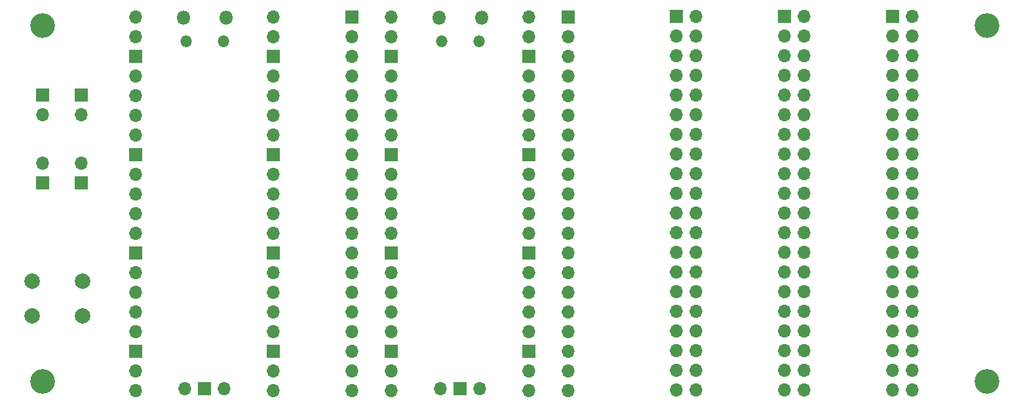
<source format=gbr>
%TF.GenerationSoftware,KiCad,Pcbnew,(6.0.8)*%
%TF.CreationDate,2022-10-02T10:43:25+09:00*%
%TF.ProjectId,KiCad,4b694361-642e-46b6-9963-61645f706362,rev?*%
%TF.SameCoordinates,Original*%
%TF.FileFunction,Soldermask,Bot*%
%TF.FilePolarity,Negative*%
%FSLAX46Y46*%
G04 Gerber Fmt 4.6, Leading zero omitted, Abs format (unit mm)*
G04 Created by KiCad (PCBNEW (6.0.8)) date 2022-10-02 10:43:25*
%MOMM*%
%LPD*%
G01*
G04 APERTURE LIST*
%ADD10O,1.500000X1.500000*%
%ADD11O,1.800000X1.800000*%
%ADD12O,1.700000X1.700000*%
%ADD13R,1.700000X1.700000*%
%ADD14C,3.200000*%
%ADD15C,2.000000*%
G04 APERTURE END LIST*
D10*
%TO.C,U1*%
X129425000Y-61030000D03*
D11*
X129725000Y-58000000D03*
D10*
X124575000Y-61030000D03*
D11*
X124275000Y-58000000D03*
D12*
X118110000Y-57870000D03*
X118110000Y-60410000D03*
D13*
X118110000Y-62950000D03*
D12*
X118110000Y-65490000D03*
X118110000Y-68030000D03*
X118110000Y-70570000D03*
X118110000Y-73110000D03*
D13*
X118110000Y-75650000D03*
D12*
X118110000Y-78190000D03*
X118110000Y-80730000D03*
X118110000Y-83270000D03*
X118110000Y-85810000D03*
D13*
X118110000Y-88350000D03*
D12*
X118110000Y-90890000D03*
X118110000Y-93430000D03*
X118110000Y-95970000D03*
X118110000Y-98510000D03*
D13*
X118110000Y-101050000D03*
D12*
X118110000Y-103590000D03*
X118110000Y-106130000D03*
X135890000Y-106130000D03*
X135890000Y-103590000D03*
D13*
X135890000Y-101050000D03*
D12*
X135890000Y-98510000D03*
X135890000Y-95970000D03*
X135890000Y-93430000D03*
X135890000Y-90890000D03*
D13*
X135890000Y-88350000D03*
D12*
X135890000Y-85810000D03*
X135890000Y-83270000D03*
X135890000Y-80730000D03*
X135890000Y-78190000D03*
D13*
X135890000Y-75650000D03*
D12*
X135890000Y-73110000D03*
X135890000Y-70570000D03*
X135890000Y-68030000D03*
X135890000Y-65490000D03*
D13*
X135890000Y-62950000D03*
D12*
X135890000Y-60410000D03*
X135890000Y-57870000D03*
X124460000Y-105900000D03*
D13*
X127000000Y-105900000D03*
D12*
X129540000Y-105900000D03*
%TD*%
D10*
%TO.C,U2*%
X96405000Y-61030000D03*
X91555000Y-61030000D03*
D11*
X91255000Y-58000000D03*
X96705000Y-58000000D03*
D12*
X85090000Y-57870000D03*
X85090000Y-60410000D03*
D13*
X85090000Y-62950000D03*
D12*
X85090000Y-65490000D03*
X85090000Y-68030000D03*
X85090000Y-70570000D03*
X85090000Y-73110000D03*
D13*
X85090000Y-75650000D03*
D12*
X85090000Y-78190000D03*
X85090000Y-80730000D03*
X85090000Y-83270000D03*
X85090000Y-85810000D03*
D13*
X85090000Y-88350000D03*
D12*
X85090000Y-90890000D03*
X85090000Y-93430000D03*
X85090000Y-95970000D03*
X85090000Y-98510000D03*
D13*
X85090000Y-101050000D03*
D12*
X85090000Y-103590000D03*
X85090000Y-106130000D03*
X102870000Y-106130000D03*
X102870000Y-103590000D03*
D13*
X102870000Y-101050000D03*
D12*
X102870000Y-98510000D03*
X102870000Y-95970000D03*
X102870000Y-93430000D03*
X102870000Y-90890000D03*
D13*
X102870000Y-88350000D03*
D12*
X102870000Y-85810000D03*
X102870000Y-83270000D03*
X102870000Y-80730000D03*
X102870000Y-78190000D03*
D13*
X102870000Y-75650000D03*
D12*
X102870000Y-73110000D03*
X102870000Y-70570000D03*
X102870000Y-68030000D03*
X102870000Y-65490000D03*
D13*
X102870000Y-62950000D03*
D12*
X102870000Y-60410000D03*
X102870000Y-57870000D03*
X91440000Y-105900000D03*
D13*
X93980000Y-105900000D03*
D12*
X96520000Y-105900000D03*
%TD*%
D14*
%TO.C,H2*%
X73000000Y-59000000D03*
%TD*%
D13*
%TO.C,JP3*%
X73000000Y-79340000D03*
D12*
X73000000Y-76800000D03*
%TD*%
%TO.C,J4*%
X113030000Y-106160000D03*
X113030000Y-103620000D03*
X113030000Y-101080000D03*
X113030000Y-98540000D03*
X113030000Y-96000000D03*
X113030000Y-93460000D03*
X113030000Y-90920000D03*
X113030000Y-88380000D03*
X113030000Y-85840000D03*
X113030000Y-83300000D03*
X113030000Y-80760000D03*
X113030000Y-78220000D03*
X113030000Y-75680000D03*
X113030000Y-73140000D03*
X113030000Y-70600000D03*
X113030000Y-68060000D03*
X113030000Y-65520000D03*
X113030000Y-62980000D03*
X113030000Y-60440000D03*
D13*
X113030000Y-57900000D03*
%TD*%
%TO.C,JP1*%
X78000000Y-68000000D03*
D12*
X78000000Y-70540000D03*
%TD*%
D13*
%TO.C,J1*%
X182875000Y-57785000D03*
D12*
X182875000Y-60325000D03*
X182875000Y-62865000D03*
X182875000Y-65405000D03*
X182875000Y-67945000D03*
X182875000Y-70485000D03*
X182875000Y-73025000D03*
X182875000Y-75565000D03*
X182875000Y-78105000D03*
X182875000Y-80645000D03*
X182875000Y-83185000D03*
X182875000Y-85725000D03*
X182875000Y-88265000D03*
X182875000Y-90805000D03*
X182875000Y-93345000D03*
X182875000Y-95885000D03*
X182875000Y-98425000D03*
X182875000Y-100965000D03*
X182875000Y-103505000D03*
X182875000Y-106045000D03*
X185415000Y-106045000D03*
X185415000Y-103505000D03*
X185415000Y-100965000D03*
X185415000Y-98425000D03*
X185415000Y-95885000D03*
X185415000Y-93345000D03*
X185415000Y-90805000D03*
X185415000Y-88265000D03*
X185415000Y-85725000D03*
X185415000Y-83185000D03*
X185415000Y-80645000D03*
X185415000Y-78105000D03*
X185415000Y-75565000D03*
X185415000Y-73025000D03*
X185415000Y-70485000D03*
X185415000Y-67945000D03*
X185415000Y-65405000D03*
X185415000Y-62865000D03*
X185415000Y-60325000D03*
X185415000Y-57785000D03*
%TD*%
%TO.C,JP4*%
X78000000Y-76800000D03*
D13*
X78000000Y-79340000D03*
%TD*%
D15*
%TO.C,SW1*%
X71680000Y-91984000D03*
X78180000Y-91984000D03*
X71680000Y-96484000D03*
X78180000Y-96484000D03*
%TD*%
D13*
%TO.C,J2*%
X168910000Y-57785000D03*
D12*
X168910000Y-60325000D03*
X168910000Y-62865000D03*
X168910000Y-65405000D03*
X168910000Y-67945000D03*
X168910000Y-70485000D03*
X168910000Y-73025000D03*
X168910000Y-75565000D03*
X168910000Y-78105000D03*
X168910000Y-80645000D03*
X168910000Y-83185000D03*
X168910000Y-85725000D03*
X168910000Y-88265000D03*
X168910000Y-90805000D03*
X168910000Y-93345000D03*
X168910000Y-95885000D03*
X168910000Y-98425000D03*
X168910000Y-100965000D03*
X168910000Y-103505000D03*
X168910000Y-106045000D03*
X171450000Y-106045000D03*
X171450000Y-103505000D03*
X171450000Y-100965000D03*
X171450000Y-98425000D03*
X171450000Y-95885000D03*
X171450000Y-93345000D03*
X171450000Y-90805000D03*
X171450000Y-88265000D03*
X171450000Y-85725000D03*
X171450000Y-83185000D03*
X171450000Y-80645000D03*
X171450000Y-78105000D03*
X171450000Y-75565000D03*
X171450000Y-73025000D03*
X171450000Y-70485000D03*
X171450000Y-67945000D03*
X171450000Y-65405000D03*
X171450000Y-62865000D03*
X171450000Y-60325000D03*
X171450000Y-57785000D03*
%TD*%
D14*
%TO.C,H4*%
X195000000Y-105000000D03*
%TD*%
D13*
%TO.C,J3*%
X154935000Y-57785000D03*
D12*
X154935000Y-60325000D03*
X154935000Y-62865000D03*
X154935000Y-65405000D03*
X154935000Y-67945000D03*
X154935000Y-70485000D03*
X154935000Y-73025000D03*
X154935000Y-75565000D03*
X154935000Y-78105000D03*
X154935000Y-80645000D03*
X154935000Y-83185000D03*
X154935000Y-85725000D03*
X154935000Y-88265000D03*
X154935000Y-90805000D03*
X154935000Y-93345000D03*
X154935000Y-95885000D03*
X154935000Y-98425000D03*
X154935000Y-100965000D03*
X154935000Y-103505000D03*
X154935000Y-106045000D03*
X157475000Y-106045000D03*
X157475000Y-103505000D03*
X157475000Y-100965000D03*
X157475000Y-98425000D03*
X157475000Y-95885000D03*
X157475000Y-93345000D03*
X157475000Y-90805000D03*
X157475000Y-88265000D03*
X157475000Y-85725000D03*
X157475000Y-83185000D03*
X157475000Y-80645000D03*
X157475000Y-78105000D03*
X157475000Y-75565000D03*
X157475000Y-73025000D03*
X157475000Y-70485000D03*
X157475000Y-67945000D03*
X157475000Y-65405000D03*
X157475000Y-62865000D03*
X157475000Y-60325000D03*
X157475000Y-57785000D03*
%TD*%
D13*
%TO.C,JP2*%
X73000000Y-68000000D03*
D12*
X73000000Y-70540000D03*
%TD*%
D13*
%TO.C,J5*%
X140970000Y-57900000D03*
D12*
X140970000Y-60440000D03*
X140970000Y-62980000D03*
X140970000Y-65520000D03*
X140970000Y-68060000D03*
X140970000Y-70600000D03*
X140970000Y-73140000D03*
X140970000Y-75680000D03*
X140970000Y-78220000D03*
X140970000Y-80760000D03*
X140970000Y-83300000D03*
X140970000Y-85840000D03*
X140970000Y-88380000D03*
X140970000Y-90920000D03*
X140970000Y-93460000D03*
X140970000Y-96000000D03*
X140970000Y-98540000D03*
X140970000Y-101080000D03*
X140970000Y-103620000D03*
X140970000Y-106160000D03*
%TD*%
D14*
%TO.C,H1*%
X195000000Y-59000000D03*
%TD*%
%TO.C,H3*%
X73000000Y-105000000D03*
%TD*%
M02*

</source>
